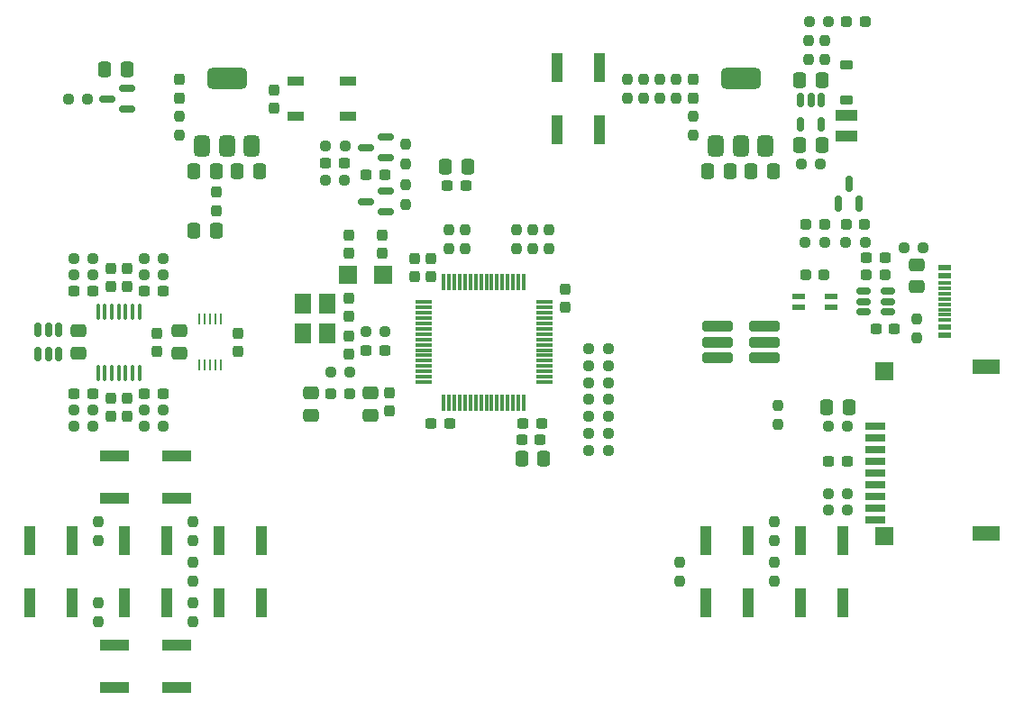
<source format=gtp>
G04 #@! TF.GenerationSoftware,KiCad,Pcbnew,8.0.0*
G04 #@! TF.CreationDate,2024-07-21T16:15:31-03:00*
G04 #@! TF.ProjectId,STM32XP,53544d33-3258-4502-9e6b-696361645f70,00*
G04 #@! TF.SameCoordinates,Original*
G04 #@! TF.FileFunction,Paste,Top*
G04 #@! TF.FilePolarity,Positive*
%FSLAX46Y46*%
G04 Gerber Fmt 4.6, Leading zero omitted, Abs format (unit mm)*
G04 Created by KiCad (PCBNEW 8.0.0) date 2024-07-21 16:15:31*
%MOMM*%
%LPD*%
G01*
G04 APERTURE LIST*
G04 Aperture macros list*
%AMRoundRect*
0 Rectangle with rounded corners*
0 $1 Rounding radius*
0 $2 $3 $4 $5 $6 $7 $8 $9 X,Y pos of 4 corners*
0 Add a 4 corners polygon primitive as box body*
4,1,4,$2,$3,$4,$5,$6,$7,$8,$9,$2,$3,0*
0 Add four circle primitives for the rounded corners*
1,1,$1+$1,$2,$3*
1,1,$1+$1,$4,$5*
1,1,$1+$1,$6,$7*
1,1,$1+$1,$8,$9*
0 Add four rect primitives between the rounded corners*
20,1,$1+$1,$2,$3,$4,$5,0*
20,1,$1+$1,$4,$5,$6,$7,0*
20,1,$1+$1,$6,$7,$8,$9,0*
20,1,$1+$1,$8,$9,$2,$3,0*%
G04 Aperture macros list end*
%ADD10RoundRect,0.237500X0.237500X-0.250000X0.237500X0.250000X-0.237500X0.250000X-0.237500X-0.250000X0*%
%ADD11RoundRect,0.237500X-0.250000X-0.237500X0.250000X-0.237500X0.250000X0.237500X-0.250000X0.237500X0*%
%ADD12R,1.500000X0.900000*%
%ADD13RoundRect,0.237500X0.250000X0.237500X-0.250000X0.237500X-0.250000X-0.237500X0.250000X-0.237500X0*%
%ADD14RoundRect,0.250000X0.475000X-0.337500X0.475000X0.337500X-0.475000X0.337500X-0.475000X-0.337500X0*%
%ADD15RoundRect,0.237500X-0.237500X0.300000X-0.237500X-0.300000X0.237500X-0.300000X0.237500X0.300000X0*%
%ADD16R,2.000000X1.100000*%
%ADD17RoundRect,0.200000X1.200000X0.300000X-1.200000X0.300000X-1.200000X-0.300000X1.200000X-0.300000X0*%
%ADD18R,1.000000X2.800000*%
%ADD19RoundRect,0.150000X-0.512500X-0.150000X0.512500X-0.150000X0.512500X0.150000X-0.512500X0.150000X0*%
%ADD20RoundRect,0.150000X0.587500X0.150000X-0.587500X0.150000X-0.587500X-0.150000X0.587500X-0.150000X0*%
%ADD21RoundRect,0.237500X0.237500X-0.287500X0.237500X0.287500X-0.237500X0.287500X-0.237500X-0.287500X0*%
%ADD22RoundRect,0.250000X-0.337500X-0.475000X0.337500X-0.475000X0.337500X0.475000X-0.337500X0.475000X0*%
%ADD23RoundRect,0.237500X-0.300000X-0.237500X0.300000X-0.237500X0.300000X0.237500X-0.300000X0.237500X0*%
%ADD24R,1.240000X0.600000*%
%ADD25R,1.240000X0.300000*%
%ADD26R,0.250000X1.100000*%
%ADD27RoundRect,0.250000X-0.475000X0.337500X-0.475000X-0.337500X0.475000X-0.337500X0.475000X0.337500X0*%
%ADD28RoundRect,0.375000X0.375000X-0.625000X0.375000X0.625000X-0.375000X0.625000X-0.375000X-0.625000X0*%
%ADD29RoundRect,0.500000X1.400000X-0.500000X1.400000X0.500000X-1.400000X0.500000X-1.400000X-0.500000X0*%
%ADD30RoundRect,0.250000X0.337500X0.475000X-0.337500X0.475000X-0.337500X-0.475000X0.337500X-0.475000X0*%
%ADD31RoundRect,0.075000X-0.700000X-0.075000X0.700000X-0.075000X0.700000X0.075000X-0.700000X0.075000X0*%
%ADD32RoundRect,0.075000X-0.075000X-0.700000X0.075000X-0.700000X0.075000X0.700000X-0.075000X0.700000X0*%
%ADD33R,1.500000X1.950000*%
%ADD34RoundRect,0.237500X0.237500X-0.300000X0.237500X0.300000X-0.237500X0.300000X-0.237500X-0.300000X0*%
%ADD35RoundRect,0.237500X0.300000X0.237500X-0.300000X0.237500X-0.300000X-0.237500X0.300000X-0.237500X0*%
%ADD36RoundRect,0.237500X-0.237500X0.250000X-0.237500X-0.250000X0.237500X-0.250000X0.237500X0.250000X0*%
%ADD37RoundRect,0.237500X-0.237500X0.287500X-0.237500X-0.287500X0.237500X-0.287500X0.237500X0.287500X0*%
%ADD38RoundRect,0.225000X-0.375000X0.225000X-0.375000X-0.225000X0.375000X-0.225000X0.375000X0.225000X0*%
%ADD39R,2.800000X1.000000*%
%ADD40RoundRect,0.237500X-0.287500X-0.237500X0.287500X-0.237500X0.287500X0.237500X-0.287500X0.237500X0*%
%ADD41RoundRect,0.237500X0.287500X0.237500X-0.287500X0.237500X-0.287500X-0.237500X0.287500X-0.237500X0*%
%ADD42RoundRect,0.150000X-0.150000X0.512500X-0.150000X-0.512500X0.150000X-0.512500X0.150000X0.512500X0*%
%ADD43R,1.900000X0.700000*%
%ADD44R,1.800000X1.700000*%
%ADD45R,2.600000X1.400000*%
%ADD46RoundRect,0.150000X0.150000X-0.587500X0.150000X0.587500X-0.150000X0.587500X-0.150000X-0.587500X0*%
%ADD47R,1.200000X0.600000*%
%ADD48RoundRect,0.100000X-0.100000X0.637500X-0.100000X-0.637500X0.100000X-0.637500X0.100000X0.637500X0*%
%ADD49R,1.750000X1.800000*%
G04 APERTURE END LIST*
D10*
G04 #@! TO.C,R37*
X177662500Y-107770500D03*
X177662500Y-105945500D03*
G04 #@! TD*
D11*
G04 #@! TO.C,R23*
X189473500Y-91110000D03*
X191298500Y-91110000D03*
G04 #@! TD*
D10*
G04 #@! TO.C,R28*
X190640000Y-99642500D03*
X190640000Y-97817500D03*
G04 #@! TD*
D11*
G04 #@! TO.C,R1*
X180583500Y-69901000D03*
X182408500Y-69901000D03*
G04 #@! TD*
D12*
G04 #@! TO.C,D5*
X132310000Y-75490000D03*
X132310000Y-78790000D03*
X137210000Y-78790000D03*
X137210000Y-75490000D03*
G04 #@! TD*
D13*
G04 #@! TO.C,R34*
X161707500Y-105397500D03*
X159882500Y-105397500D03*
G04 #@! TD*
D14*
G04 #@! TO.C,C37*
X139332000Y-106879500D03*
X139332000Y-104804500D03*
G04 #@! TD*
D15*
G04 #@! TO.C,C17*
X143523000Y-92152500D03*
X143523000Y-93877500D03*
G04 #@! TD*
D10*
G04 #@! TO.C,R10*
X169685000Y-80592500D03*
X169685000Y-78767500D03*
G04 #@! TD*
D16*
G04 #@! TO.C,L1*
X184036000Y-80630000D03*
X184036000Y-78730000D03*
G04 #@! TD*
D10*
G04 #@! TO.C,R15*
X142697500Y-87069500D03*
X142697500Y-85244500D03*
G04 #@! TD*
D13*
G04 #@! TO.C,R31*
X161707500Y-102222500D03*
X159882500Y-102222500D03*
G04 #@! TD*
D17*
G04 #@! TO.C,D10*
X176330000Y-101500000D03*
X171930000Y-101500000D03*
X176330000Y-100000000D03*
X171930000Y-100000000D03*
X176330000Y-98500000D03*
X171930000Y-98500000D03*
G04 #@! TD*
D18*
G04 #@! TO.C,SW7*
X183750000Y-118690000D03*
X183750000Y-124490000D03*
X179750000Y-118690000D03*
X179750000Y-124490000D03*
G04 #@! TD*
D19*
G04 #@! TO.C,U5*
X185692500Y-95240000D03*
X185692500Y-96190000D03*
X185692500Y-97140000D03*
X187967500Y-97140000D03*
X187967500Y-96190000D03*
X187967500Y-95240000D03*
G04 #@! TD*
D20*
G04 #@! TO.C,Q1*
X116520500Y-78090000D03*
X116520500Y-76190000D03*
X114645500Y-77140000D03*
G04 #@! TD*
D21*
G04 #@! TO.C,D4*
X169685000Y-77062500D03*
X169685000Y-75312500D03*
G04 #@! TD*
D22*
G04 #@! TO.C,C13*
X122800500Y-89497500D03*
X124875500Y-89497500D03*
G04 #@! TD*
D15*
G04 #@! TO.C,C15*
X140475000Y-89930000D03*
X140475000Y-91655000D03*
G04 #@! TD*
D13*
G04 #@! TO.C,R45*
X184186500Y-115748000D03*
X182361500Y-115748000D03*
G04 #@! TD*
D23*
G04 #@! TO.C,C22*
X111545500Y-95174000D03*
X113270500Y-95174000D03*
G04 #@! TD*
D20*
G04 #@! TO.C,Q2*
X140777500Y-82662000D03*
X140777500Y-80762000D03*
X138902500Y-81712000D03*
G04 #@! TD*
D23*
G04 #@! TO.C,C11*
X138977500Y-84252000D03*
X140702500Y-84252000D03*
G04 #@! TD*
D13*
G04 #@! TO.C,R30*
X161707500Y-100635000D03*
X159882500Y-100635000D03*
G04 #@! TD*
D24*
G04 #@! TO.C,J4*
X193265000Y-99390000D03*
X193265000Y-98590000D03*
D25*
X193265000Y-97440000D03*
X193265000Y-96440000D03*
X193265000Y-95940000D03*
X193265000Y-94940000D03*
D24*
X193265000Y-93790000D03*
X193265000Y-92990000D03*
X193265000Y-92990000D03*
X193265000Y-93790000D03*
D25*
X193265000Y-94440000D03*
X193265000Y-95440000D03*
X193265000Y-96940000D03*
X193265000Y-97940000D03*
D24*
X193265000Y-98590000D03*
X193265000Y-99390000D03*
G04 #@! TD*
D26*
G04 #@! TO.C,U7*
X125282500Y-97850000D03*
X124782500Y-97850000D03*
X124282500Y-97850000D03*
X123782500Y-97850000D03*
X123282500Y-97850000D03*
X123282500Y-102150000D03*
X123782500Y-102150000D03*
X124282500Y-102150000D03*
X124782500Y-102150000D03*
X125282500Y-102150000D03*
G04 #@! TD*
D11*
G04 #@! TO.C,R29*
X138927500Y-99047500D03*
X140752500Y-99047500D03*
G04 #@! TD*
D10*
G04 #@! TO.C,R9*
X121425000Y-80592500D03*
X121425000Y-78767500D03*
G04 #@! TD*
D27*
G04 #@! TO.C,C29*
X121425000Y-98962500D03*
X121425000Y-101037500D03*
G04 #@! TD*
D13*
G04 #@! TO.C,R32*
X137450500Y-102794000D03*
X135625500Y-102794000D03*
G04 #@! TD*
D23*
G04 #@! TO.C,C41*
X145073500Y-107620000D03*
X146798500Y-107620000D03*
G04 #@! TD*
D28*
G04 #@! TO.C,U1*
X123570000Y-81535000D03*
X125870000Y-81535000D03*
D29*
X125870000Y-75235000D03*
D28*
X128170000Y-81535000D03*
G04 #@! TD*
D10*
G04 #@! TO.C,R49*
X122695000Y-122502500D03*
X122695000Y-120677500D03*
G04 #@! TD*
D30*
G04 #@! TO.C,C1*
X116493500Y-74346000D03*
X114418500Y-74346000D03*
G04 #@! TD*
D31*
G04 #@! TO.C,U8*
X144325000Y-96250000D03*
X144325000Y-96750000D03*
X144325000Y-97250000D03*
X144325000Y-97750000D03*
X144325000Y-98250000D03*
X144325000Y-98750000D03*
X144325000Y-99250000D03*
X144325000Y-99750000D03*
X144325000Y-100250000D03*
X144325000Y-100750000D03*
X144325000Y-101250000D03*
X144325000Y-101750000D03*
X144325000Y-102250000D03*
X144325000Y-102750000D03*
X144325000Y-103250000D03*
X144325000Y-103750000D03*
D32*
X146250000Y-105675000D03*
X146750000Y-105675000D03*
X147250000Y-105675000D03*
X147750000Y-105675000D03*
X148250000Y-105675000D03*
X148750000Y-105675000D03*
X149250000Y-105675000D03*
X149750000Y-105675000D03*
X150250000Y-105675000D03*
X150750000Y-105675000D03*
X151250000Y-105675000D03*
X151750000Y-105675000D03*
X152250000Y-105675000D03*
X152750000Y-105675000D03*
X153250000Y-105675000D03*
X153750000Y-105675000D03*
D31*
X155675000Y-103750000D03*
X155675000Y-103250000D03*
X155675000Y-102750000D03*
X155675000Y-102250000D03*
X155675000Y-101750000D03*
X155675000Y-101250000D03*
X155675000Y-100750000D03*
X155675000Y-100250000D03*
X155675000Y-99750000D03*
X155675000Y-99250000D03*
X155675000Y-98750000D03*
X155675000Y-98250000D03*
X155675000Y-97750000D03*
X155675000Y-97250000D03*
X155675000Y-96750000D03*
X155675000Y-96250000D03*
D32*
X153750000Y-94325000D03*
X153250000Y-94325000D03*
X152750000Y-94325000D03*
X152250000Y-94325000D03*
X151750000Y-94325000D03*
X151250000Y-94325000D03*
X150750000Y-94325000D03*
X150250000Y-94325000D03*
X149750000Y-94325000D03*
X149250000Y-94325000D03*
X148750000Y-94325000D03*
X148250000Y-94325000D03*
X147750000Y-94325000D03*
X147250000Y-94325000D03*
X146750000Y-94325000D03*
X146250000Y-94325000D03*
G04 #@! TD*
D33*
G04 #@! TO.C,Y2*
X135275000Y-99202500D03*
X135275000Y-96352500D03*
X132975000Y-96352500D03*
X132975000Y-99202500D03*
G04 #@! TD*
D21*
G04 #@! TO.C,D3*
X121425000Y-77062500D03*
X121425000Y-75312500D03*
G04 #@! TD*
D13*
G04 #@! TO.C,R41*
X184186500Y-107874000D03*
X182361500Y-107874000D03*
G04 #@! TD*
D10*
G04 #@! TO.C,R51*
X177305000Y-122502500D03*
X177305000Y-120677500D03*
G04 #@! TD*
D18*
G04 #@! TO.C,SW3*
X107360000Y-124490000D03*
X107360000Y-118690000D03*
X111360000Y-124490000D03*
X111360000Y-118690000D03*
G04 #@! TD*
D13*
G04 #@! TO.C,R39*
X113320500Y-107874000D03*
X111495500Y-107874000D03*
G04 #@! TD*
D15*
G04 #@! TO.C,C14*
X137300000Y-89930000D03*
X137300000Y-91655000D03*
G04 #@! TD*
D20*
G04 #@! TO.C,Q3*
X140777500Y-87742000D03*
X140777500Y-85842000D03*
X138902500Y-86792000D03*
G04 #@! TD*
D34*
G04 #@! TO.C,C24*
X157620000Y-96735000D03*
X157620000Y-95010000D03*
G04 #@! TD*
D35*
G04 #@! TO.C,C43*
X155307500Y-109144000D03*
X153582500Y-109144000D03*
G04 #@! TD*
D15*
G04 #@! TO.C,C25*
X137300000Y-95835500D03*
X137300000Y-97560500D03*
G04 #@! TD*
D36*
G04 #@! TO.C,R48*
X177305000Y-116867500D03*
X177305000Y-118692500D03*
G04 #@! TD*
D10*
G04 #@! TO.C,R6*
X166510000Y-77100000D03*
X166510000Y-75275000D03*
G04 #@! TD*
D11*
G04 #@! TO.C,R38*
X159882500Y-106985000D03*
X161707500Y-106985000D03*
G04 #@! TD*
D10*
G04 #@! TO.C,R2*
X180480000Y-73480500D03*
X180480000Y-71655500D03*
G04 #@! TD*
D11*
G04 #@! TO.C,R13*
X179821500Y-83236000D03*
X181646500Y-83236000D03*
G04 #@! TD*
D10*
G04 #@! TO.C,R53*
X122695000Y-126312500D03*
X122695000Y-124487500D03*
G04 #@! TD*
G04 #@! TO.C,R19*
X154572000Y-91260500D03*
X154572000Y-89435500D03*
G04 #@! TD*
D18*
G04 #@! TO.C,SW1*
X156890000Y-80040000D03*
X156890000Y-74240000D03*
X160890000Y-80040000D03*
X160890000Y-74240000D03*
G04 #@! TD*
D15*
G04 #@! TO.C,C21*
X116472000Y-93041500D03*
X116472000Y-94766500D03*
G04 #@! TD*
D13*
G04 #@! TO.C,R8*
X112812500Y-77140000D03*
X110987500Y-77140000D03*
G04 #@! TD*
D23*
G04 #@! TO.C,C16*
X185967500Y-92062500D03*
X187692500Y-92062500D03*
G04 #@! TD*
D36*
G04 #@! TO.C,R50*
X168415000Y-120677500D03*
X168415000Y-122502500D03*
G04 #@! TD*
D37*
G04 #@! TO.C,FB1*
X124917500Y-85891600D03*
X124917500Y-87641600D03*
G04 #@! TD*
D35*
G04 #@! TO.C,C5*
X136892500Y-83172500D03*
X135167500Y-83172500D03*
G04 #@! TD*
D30*
G04 #@! TO.C,C6*
X148497500Y-83490000D03*
X146422500Y-83490000D03*
G04 #@! TD*
D15*
G04 #@! TO.C,C30*
X126886000Y-99137500D03*
X126886000Y-100862500D03*
G04 #@! TD*
D13*
G04 #@! TO.C,R33*
X161707500Y-103810000D03*
X159882500Y-103810000D03*
G04 #@! TD*
D23*
G04 #@! TO.C,C32*
X138977500Y-100762000D03*
X140702500Y-100762000D03*
G04 #@! TD*
D15*
G04 #@! TO.C,C20*
X114948000Y-93041500D03*
X114948000Y-94766500D03*
G04 #@! TD*
D36*
G04 #@! TO.C,R3*
X182004000Y-71655500D03*
X182004000Y-73480500D03*
G04 #@! TD*
D11*
G04 #@! TO.C,R22*
X184012500Y-90602000D03*
X185837500Y-90602000D03*
G04 #@! TD*
G04 #@! TO.C,R42*
X159882500Y-108572500D03*
X161707500Y-108572500D03*
G04 #@! TD*
D22*
G04 #@! TO.C,C2*
X179696500Y-75362000D03*
X181771500Y-75362000D03*
G04 #@! TD*
D11*
G04 #@! TO.C,R26*
X111495500Y-93650000D03*
X113320500Y-93650000D03*
G04 #@! TD*
D38*
G04 #@! TO.C,D2*
X184036000Y-73966000D03*
X184036000Y-77266000D03*
G04 #@! TD*
D13*
G04 #@! TO.C,R24*
X113320500Y-92126000D03*
X111495500Y-92126000D03*
G04 #@! TD*
D35*
G04 #@! TO.C,C34*
X119874500Y-104826000D03*
X118149500Y-104826000D03*
G04 #@! TD*
D18*
G04 #@! TO.C,SW6*
X174860000Y-118690000D03*
X174860000Y-124490000D03*
X170860000Y-118690000D03*
X170860000Y-124490000D03*
G04 #@! TD*
D23*
G04 #@! TO.C,C45*
X182411500Y-111176000D03*
X184136500Y-111176000D03*
G04 #@! TD*
D39*
G04 #@! TO.C,SW8*
X121150000Y-132480000D03*
X115350000Y-132480000D03*
X121150000Y-128480000D03*
X115350000Y-128480000D03*
G04 #@! TD*
D28*
G04 #@! TO.C,U2*
X171830000Y-81535000D03*
X174130000Y-81535000D03*
D29*
X174130000Y-75235000D03*
D28*
X176430000Y-81535000D03*
G04 #@! TD*
D11*
G04 #@! TO.C,R44*
X182361500Y-114224000D03*
X184186500Y-114224000D03*
G04 #@! TD*
D23*
G04 #@! TO.C,C42*
X153709500Y-107620000D03*
X155434500Y-107620000D03*
G04 #@! TD*
D36*
G04 #@! TO.C,R46*
X113805000Y-116867500D03*
X113805000Y-118692500D03*
G04 #@! TD*
D15*
G04 #@! TO.C,C18*
X145047000Y-92152500D03*
X145047000Y-93877500D03*
G04 #@! TD*
D10*
G04 #@! TO.C,R16*
X146698000Y-91260500D03*
X146698000Y-89435500D03*
G04 #@! TD*
D40*
G04 #@! TO.C,L3*
X135663000Y-104826000D03*
X137413000Y-104826000D03*
G04 #@! TD*
D14*
G04 #@! TO.C,C27*
X111900000Y-101037500D03*
X111900000Y-98962500D03*
G04 #@! TD*
D10*
G04 #@! TO.C,R17*
X148222000Y-91260500D03*
X148222000Y-89435500D03*
G04 #@! TD*
D41*
G04 #@! TO.C,D8*
X185800000Y-88951000D03*
X184050000Y-88951000D03*
G04 #@! TD*
D34*
G04 #@! TO.C,C3*
X130315000Y-78002500D03*
X130315000Y-76277500D03*
G04 #@! TD*
D23*
G04 #@! TO.C,C26*
X186856500Y-98730000D03*
X188581500Y-98730000D03*
G04 #@! TD*
D11*
G04 #@! TO.C,R25*
X118099500Y-92126000D03*
X119924500Y-92126000D03*
G04 #@! TD*
D10*
G04 #@! TO.C,R7*
X168034000Y-77100000D03*
X168034000Y-75275000D03*
G04 #@! TD*
D34*
G04 #@! TO.C,C38*
X114948000Y-106958500D03*
X114948000Y-105233500D03*
G04 #@! TD*
D13*
G04 #@! TO.C,R36*
X119924500Y-106350000D03*
X118099500Y-106350000D03*
G04 #@! TD*
D42*
G04 #@! TO.C,U3*
X181684000Y-77272500D03*
X180734000Y-77272500D03*
X179784000Y-77272500D03*
X179784000Y-79547500D03*
X181684000Y-79547500D03*
G04 #@! TD*
D22*
G04 #@! TO.C,C40*
X182236500Y-106096000D03*
X184311500Y-106096000D03*
G04 #@! TD*
G04 #@! TO.C,C8*
X126864500Y-83973000D03*
X128939500Y-83973000D03*
G04 #@! TD*
D11*
G04 #@! TO.C,R40*
X118099500Y-107874000D03*
X119924500Y-107874000D03*
G04 #@! TD*
D10*
G04 #@! TO.C,R20*
X156096000Y-91260500D03*
X156096000Y-89435500D03*
G04 #@! TD*
D42*
G04 #@! TO.C,D9*
X110056000Y-98862500D03*
X109106000Y-98862500D03*
X108156000Y-98862500D03*
X108156000Y-101137500D03*
X109106000Y-101137500D03*
X110056000Y-101137500D03*
G04 #@! TD*
D43*
G04 #@! TO.C,J5*
X186738000Y-107910000D03*
X186738000Y-109010000D03*
X186738000Y-110110000D03*
X186738000Y-111210000D03*
X186738000Y-112310000D03*
X186738000Y-113410000D03*
X186738000Y-114510000D03*
X186738000Y-115610000D03*
X186738000Y-116710000D03*
D44*
X187588000Y-118260000D03*
X187588000Y-102760000D03*
D45*
X197188000Y-118010000D03*
X197188000Y-102310000D03*
G04 #@! TD*
D23*
G04 #@! TO.C,C33*
X111545500Y-104826000D03*
X113270500Y-104826000D03*
G04 #@! TD*
D10*
G04 #@! TO.C,R5*
X164986000Y-77100000D03*
X164986000Y-75275000D03*
G04 #@! TD*
D34*
G04 #@! TO.C,C31*
X137300000Y-101116500D03*
X137300000Y-99391500D03*
G04 #@! TD*
D10*
G04 #@! TO.C,R4*
X163462000Y-77100000D03*
X163462000Y-75275000D03*
G04 #@! TD*
D22*
G04 #@! TO.C,C4*
X179696500Y-81458000D03*
X181771500Y-81458000D03*
G04 #@! TD*
D13*
G04 #@! TO.C,R21*
X182027500Y-90602000D03*
X180202500Y-90602000D03*
G04 #@! TD*
D10*
G04 #@! TO.C,R47*
X122695000Y-118692500D03*
X122695000Y-116867500D03*
G04 #@! TD*
D40*
G04 #@! TO.C,FB2*
X180240000Y-93650000D03*
X181990000Y-93650000D03*
G04 #@! TD*
D46*
G04 #@! TO.C,D6*
X183340000Y-86967500D03*
X185240000Y-86967500D03*
X184290000Y-85092500D03*
G04 #@! TD*
D22*
G04 #@! TO.C,C9*
X171060500Y-83973000D03*
X173135500Y-83973000D03*
G04 #@! TD*
D18*
G04 #@! TO.C,SW4*
X116250000Y-124490000D03*
X116250000Y-118690000D03*
X120250000Y-124490000D03*
X120250000Y-118690000D03*
G04 #@! TD*
D34*
G04 #@! TO.C,C35*
X141110000Y-106450500D03*
X141110000Y-104725500D03*
G04 #@! TD*
D35*
G04 #@! TO.C,C23*
X119874500Y-95174000D03*
X118149500Y-95174000D03*
G04 #@! TD*
D36*
G04 #@! TO.C,R52*
X113805000Y-124487500D03*
X113805000Y-126312500D03*
G04 #@! TD*
D22*
G04 #@! TO.C,C7*
X122800500Y-83973000D03*
X124875500Y-83973000D03*
G04 #@! TD*
D40*
G04 #@! TO.C,D1*
X184095000Y-69901000D03*
X185845000Y-69901000D03*
G04 #@! TD*
D34*
G04 #@! TO.C,C28*
X119266000Y-100862500D03*
X119266000Y-99137500D03*
G04 #@! TD*
D40*
G04 #@! TO.C,FB3*
X185955000Y-93650000D03*
X187705000Y-93650000D03*
G04 #@! TD*
D13*
G04 #@! TO.C,R11*
X136982500Y-81585000D03*
X135157500Y-81585000D03*
G04 #@! TD*
D47*
G04 #@! TO.C,L2*
X179615000Y-96690000D03*
X182615000Y-96690000D03*
X182615000Y-95690000D03*
X179615000Y-95690000D03*
G04 #@! TD*
D35*
G04 #@! TO.C,C12*
X148322500Y-85268000D03*
X146597500Y-85268000D03*
G04 #@! TD*
D36*
G04 #@! TO.C,R12*
X142697500Y-81434500D03*
X142697500Y-83259500D03*
G04 #@! TD*
D13*
G04 #@! TO.C,R14*
X136942500Y-84760000D03*
X135117500Y-84760000D03*
G04 #@! TD*
G04 #@! TO.C,R27*
X119924500Y-93650000D03*
X118099500Y-93650000D03*
G04 #@! TD*
D22*
G04 #@! TO.C,C10*
X175124500Y-83973000D03*
X177199500Y-83973000D03*
G04 #@! TD*
D39*
G04 #@! TO.C,SW2*
X115350000Y-110700000D03*
X121150000Y-110700000D03*
X115350000Y-114700000D03*
X121150000Y-114700000D03*
G04 #@! TD*
D40*
G04 #@! TO.C,D7*
X180285000Y-88951000D03*
X182035000Y-88951000D03*
G04 #@! TD*
D48*
G04 #@! TO.C,U6*
X117660000Y-97137500D03*
X117010000Y-97137500D03*
X116360000Y-97137500D03*
X115710000Y-97137500D03*
X115060000Y-97137500D03*
X114410000Y-97137500D03*
X113760000Y-97137500D03*
X113760000Y-102862500D03*
X114410000Y-102862500D03*
X115060000Y-102862500D03*
X115710000Y-102862500D03*
X116360000Y-102862500D03*
X117010000Y-102862500D03*
X117660000Y-102862500D03*
G04 #@! TD*
D18*
G04 #@! TO.C,SW5*
X129140000Y-118690000D03*
X129140000Y-124490000D03*
X125140000Y-118690000D03*
X125140000Y-124490000D03*
G04 #@! TD*
D11*
G04 #@! TO.C,R35*
X111495500Y-106350000D03*
X113320500Y-106350000D03*
G04 #@! TD*
D34*
G04 #@! TO.C,C39*
X116472000Y-106958500D03*
X116472000Y-105233500D03*
G04 #@! TD*
D49*
G04 #@! TO.C,Y1*
X137262500Y-93650000D03*
X140512500Y-93650000D03*
G04 #@! TD*
D30*
G04 #@! TO.C,C44*
X155641250Y-110922000D03*
X153566250Y-110922000D03*
G04 #@! TD*
D14*
G04 #@! TO.C,C36*
X133744000Y-106879500D03*
X133744000Y-104804500D03*
G04 #@! TD*
D11*
G04 #@! TO.C,R43*
X159882500Y-110160000D03*
X161707500Y-110160000D03*
G04 #@! TD*
D36*
G04 #@! TO.C,R18*
X153048000Y-89435500D03*
X153048000Y-91260500D03*
G04 #@! TD*
D14*
G04 #@! TO.C,C19*
X190640000Y-94814500D03*
X190640000Y-92739500D03*
G04 #@! TD*
M02*

</source>
